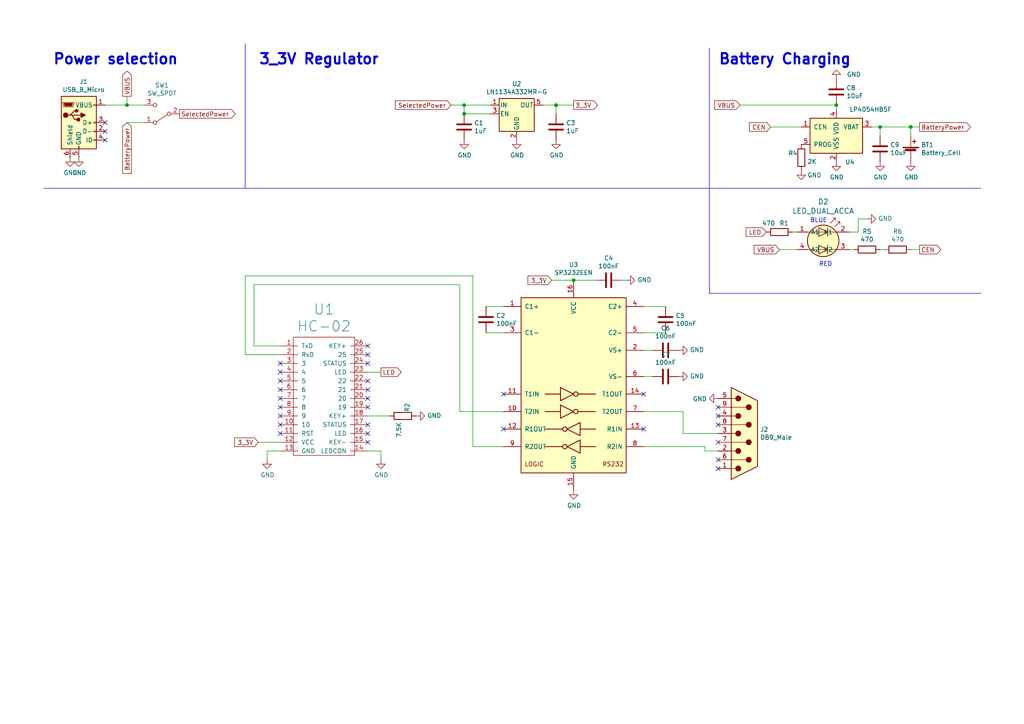
<source format=kicad_sch>
(kicad_sch (version 20230121) (generator eeschema)
  (paper "A4")
  (lib_symbols
    (symbol "Battery_Management:MCP73811T-420I-OT" (pin_names (offset 1.016))
      (property "Reference" "U" (at -6.35 6.35 0))
      (property "Value" "MCP73811T-420I-OT" (at 1.27 6.35 0))
      (symbol "MCP73811T-420I-OT_0_1"
        (rectangle (start -7.62 5.08) (end 7.62 -5.08) (stroke (width 0.254)) (fill (type background)))
      )
      (symbol "MCP73811T-420I-OT_1_1"
        (pin input line (at -10.16 2.54 0) (length 2.54) (name "CEN") (number "1"))
        (pin power_in line (at 0 -7.62 90) (length 2.54) (name "VSS") (number "2"))
        (pin power_out line (at 10.16 2.54 180) (length 2.54) (name "VBAT") (number "3"))
        (pin power_in line (at 0 7.62 270) (length 2.54) (name "VDD") (number "4"))
        (pin input line (at -10.16 -2.54 0) (length 2.54) (name "PROG") (number "5"))
      )
    )
    (symbol "Connector:DB9_Male" (pin_names (offset 1.016) hide)
      (property "Reference" "J" (at 0 13.97 0))
      (property "Value" "DB9_Male" (at 0 -14.605 0))
      (symbol "DB9_Male_0_1"
        (circle (center -1.778 -10.16) (radius 0.762) (fill (type outline)))
        (circle (center -1.778 -5.08) (radius 0.762) (fill (type outline)))
        (circle (center -1.778 0) (radius 0.762) (fill (type outline)))
        (circle (center -1.778 5.08) (radius 0.762) (fill (type outline)))
        (circle (center -1.778 10.16) (radius 0.762) (fill (type outline)))
        (polyline (pts (xy -3.81 -10.16) (xy -2.54 -10.16)))
        (polyline (pts (xy -3.81 -7.62) (xy 0.508 -7.62)))
        (polyline (pts (xy -3.81 -5.08) (xy -2.54 -5.08)))
        (polyline (pts (xy -3.81 -2.54) (xy 0.508 -2.54)))
        (polyline (pts (xy -3.81 0) (xy -2.54 0)))
        (polyline (pts (xy -3.81 2.54) (xy 0.508 2.54)))
        (polyline (pts (xy -3.81 5.08) (xy -2.54 5.08)))
        (polyline (pts (xy -3.81 7.62) (xy 0.508 7.62)))
        (polyline (pts (xy -3.81 10.16) (xy -2.54 10.16)))
        (polyline (pts (xy -3.81 -13.335) (xy -3.81 13.335) (xy 3.81 9.525) (xy 3.81 -9.525) (xy -3.81 -13.335)) (stroke (width 0.254)) (fill (type background)))
        (circle (center 1.27 -7.62) (radius 0.762) (fill (type outline)))
        (circle (center 1.27 -2.54) (radius 0.762) (fill (type outline)))
        (circle (center 1.27 2.54) (radius 0.762) (fill (type outline)))
        (circle (center 1.27 7.62) (radius 0.762) (fill (type outline)))
      )
      (symbol "DB9_Male_1_1"
        (pin passive line (at -7.62 -10.16 0) (length 3.81) (name "1") (number "1"))
        (pin passive line (at -7.62 -5.08 0) (length 3.81) (name "2") (number "2"))
        (pin passive line (at -7.62 0 0) (length 3.81) (name "3") (number "3"))
        (pin passive line (at -7.62 5.08 0) (length 3.81) (name "4") (number "4"))
        (pin passive line (at -7.62 10.16 0) (length 3.81) (name "5") (number "5"))
        (pin passive line (at -7.62 -7.62 0) (length 3.81) (name "6") (number "6"))
        (pin passive line (at -7.62 -2.54 0) (length 3.81) (name "7") (number "7"))
        (pin passive line (at -7.62 2.54 0) (length 3.81) (name "8") (number "8"))
        (pin passive line (at -7.62 7.62 0) (length 3.81) (name "9") (number "9"))
      )
    )
    (symbol "Connector:USB_B_Micro" (pin_names (offset 1.016))
      (property "Reference" "J" (at -5.08 11.43 0))
      (property "Value" "USB_B_Micro" (at -5.08 8.89 0))
      (symbol "USB_B_Micro_0_1"
        (rectangle (start -5.08 -7.62) (end 5.08 7.62) (stroke (width 0.254)) (fill (type background)))
        (circle (center -3.81 2.159) (radius 0.635) (stroke (width 0.254)) (fill (type outline)))
        (circle (center -0.635 3.429) (radius 0.381) (stroke (width 0.254)) (fill (type outline)))
        (rectangle (start -0.127 -7.62) (end 0.127 -6.858))
        (polyline (pts (xy -1.905 2.159) (xy 0.635 2.159)) (stroke (width 0.254)))
        (polyline (pts (xy -3.175 2.159) (xy -2.54 2.159) (xy -1.27 3.429) (xy -0.635 3.429)) (stroke (width 0.254)))
        (polyline (pts (xy -2.54 2.159) (xy -1.905 2.159) (xy -1.27 0.889) (xy 0 0.889)) (stroke (width 0.254)))
        (polyline (pts (xy 0.635 2.794) (xy 0.635 1.524) (xy 1.905 2.159) (xy 0.635 2.794)) (stroke (width 0.254)) (fill (type outline)))
        (polyline (pts (xy -4.318 5.588) (xy -1.778 5.588) (xy -2.032 4.826) (xy -4.064 4.826) (xy -4.318 5.588)) (fill (type outline)))
        (polyline (pts (xy -4.699 5.842) (xy -4.699 5.588) (xy -4.445 4.826) (xy -4.445 4.572) (xy -1.651 4.572) (xy -1.651 4.826) (xy -1.397 5.588) (xy -1.397 5.842) (xy -4.699 5.842)))
        (rectangle (start 0.254 1.27) (end -0.508 0.508) (stroke (width 0.254)) (fill (type outline)))
        (rectangle (start 5.08 -5.207) (end 4.318 -4.953))
        (rectangle (start 5.08 -2.667) (end 4.318 -2.413))
        (rectangle (start 5.08 -0.127) (end 4.318 0.127))
        (rectangle (start 5.08 4.953) (end 4.318 5.207))
      )
      (symbol "USB_B_Micro_1_1"
        (pin power_out line (at 7.62 5.08 180) (length 2.54) (name "VBUS") (number "1"))
        (pin bidirectional line (at 7.62 -2.54 180) (length 2.54) (name "D-") (number "2"))
        (pin bidirectional line (at 7.62 0 180) (length 2.54) (name "D+") (number "3"))
        (pin passive line (at 7.62 -5.08 180) (length 2.54) (name "ID") (number "4"))
        (pin power_out line (at 0 -10.16 90) (length 2.54) (name "GND") (number "5"))
        (pin passive line (at -2.54 -10.16 90) (length 2.54) (name "Shield") (number "6"))
      )
    )
    (symbol "Device:Battery_Cell" (pin_numbers hide) (pin_names (offset 0) hide)
      (property "Reference" "BT" (at 2.54 2.54 0))
      (property "Value" "Battery_Cell" (at 2.54 0 0))
      (symbol "Battery_Cell_0_1"
        (rectangle (start -2.286 1.778) (end 2.286 1.524) (fill (type outline)))
        (rectangle (start -1.5748 1.1938) (end 1.4732 0.6858) (fill (type outline)))
        (polyline (pts (xy 0 0.762) (xy 0 0)))
        (polyline (pts (xy 0 1.778) (xy 0 2.54)))
        (polyline (pts (xy 0.508 3.429) (xy 1.524 3.429)) (stroke (width 0.254)))
        (polyline (pts (xy 1.016 3.937) (xy 1.016 2.921)) (stroke (width 0.254)))
      )
      (symbol "Battery_Cell_1_1"
        (pin passive line (at 0 5.08 270) (length 2.54) (name "+") (number "1"))
        (pin passive line (at 0 -2.54 90) (length 2.54) (name "-") (number "2"))
      )
    )
    (symbol "Device:C" (pin_numbers hide) (pin_names (offset 0.254))
      (property "Reference" "C" (at 0.635 2.54 0))
      (property "Value" "C" (at 0.635 -2.54 0))
      (symbol "C_0_1"
        (polyline (pts (xy -2.032 -0.762) (xy 2.032 -0.762)) (stroke (width 0.508)))
        (polyline (pts (xy -2.032 0.762) (xy 2.032 0.762)) (stroke (width 0.508)))
      )
      (symbol "C_1_1"
        (pin passive line (at 0 3.81 270) (length 2.794) (name "~") (number "1"))
        (pin passive line (at 0 -3.81 90) (length 2.794) (name "~") (number "2"))
      )
    )
    (symbol "Device:R" (pin_numbers hide) (pin_names (offset 0))
      (property "Reference" "R" (at 2.032 0 90))
      (property "Value" "R" (at 0 0 90))
      (symbol "R_0_1"
        (rectangle (start -1.016 -2.54) (end 1.016 2.54) (stroke (width 0.254)))
      )
      (symbol "R_1_1"
        (pin passive line (at 0 3.81 270) (length 1.27) (name "~") (number "1"))
        (pin passive line (at 0 -3.81 90) (length 1.27) (name "~") (number "2"))
      )
    )
    (symbol "Interface_UART:MAX3232" (pin_names (offset 1.016))
      (property "Reference" "U" (at -2.54 28.575 0))
      (property "Value" "MAX3232" (at -2.54 26.67 0))
      (symbol "MAX3232_0_0"
        (text "LOGIC" (at -11.43 -22.86 0) (effects (font (size 1.27 1.27))))
        (text "RS232" (at 11.43 -22.86 0) (effects (font (size 1.27 1.27))))
      )
      (symbol "MAX3232_0_1"
        (rectangle (start -15.24 -25.4) (end 15.24 25.4) (stroke (width 0.254)) (fill (type background)))
        (circle (center -2.54 -17.78) (radius 0.635) (stroke (width 0.254)))
        (circle (center -2.54 -12.7) (radius 0.635) (stroke (width 0.254)))
        (polyline (pts (xy -3.81 -7.62) (xy -8.255 -7.62)) (stroke (width 0.254)))
        (polyline (pts (xy -3.81 -2.54) (xy -8.255 -2.54)) (stroke (width 0.254)))
        (polyline (pts (xy -3.175 -17.78) (xy -8.255 -17.78)) (stroke (width 0.254)))
        (polyline (pts (xy -3.175 -12.7) (xy -8.255 -12.7)) (stroke (width 0.254)))
        (polyline (pts (xy 1.27 -7.62) (xy 6.35 -7.62)) (stroke (width 0.254)))
        (polyline (pts (xy 1.27 -2.54) (xy 6.35 -2.54)) (stroke (width 0.254)))
        (polyline (pts (xy 1.905 -17.78) (xy 6.35 -17.78)) (stroke (width 0.254)))
        (polyline (pts (xy 1.905 -12.7) (xy 6.35 -12.7)) (stroke (width 0.254)))
        (polyline (pts (xy -3.81 -5.715) (xy -3.81 -9.525) (xy 0 -7.62) (xy -3.81 -5.715)) (stroke (width 0.254)))
        (polyline (pts (xy -3.81 -0.635) (xy -3.81 -4.445) (xy 0 -2.54) (xy -3.81 -0.635)) (stroke (width 0.254)))
        (polyline (pts (xy 1.905 -15.875) (xy 1.905 -19.685) (xy -1.905 -17.78) (xy 1.905 -15.875)) (stroke (width 0.254)))
        (polyline (pts (xy 1.905 -10.795) (xy 1.905 -14.605) (xy -1.905 -12.7) (xy 1.905 -10.795)) (stroke (width 0.254)))
        (circle (center 0.635 -7.62) (radius 0.635) (stroke (width 0.254)))
        (circle (center 0.635 -2.54) (radius 0.635) (stroke (width 0.254)))
      )
      (symbol "MAX3232_1_1"
        (pin passive line (at -20.32 22.86 0) (length 5.08) (name "C1+") (number "1"))
        (pin input line (at -20.32 -7.62 0) (length 5.08) (name "T2IN") (number "10"))
        (pin input line (at -20.32 -2.54 0) (length 5.08) (name "T1IN") (number "11"))
        (pin output line (at -20.32 -12.7 0) (length 5.08) (name "R1OUT") (number "12"))
        (pin input line (at 20.32 -12.7 180) (length 5.08) (name "R1IN") (number "13"))
        (pin output line (at 20.32 -2.54 180) (length 5.08) (name "T1OUT") (number "14"))
        (pin power_in line (at 0 -30.48 90) (length 5.08) (name "GND") (number "15"))
        (pin power_in line (at 0 30.48 270) (length 5.08) (name "VCC") (number "16"))
        (pin power_out line (at 20.32 10.16 180) (length 5.08) (name "VS+") (number "2"))
        (pin passive line (at -20.32 15.24 0) (length 5.08) (name "C1-") (number "3"))
        (pin passive line (at 20.32 22.86 180) (length 5.08) (name "C2+") (number "4"))
        (pin passive line (at 20.32 15.24 180) (length 5.08) (name "C2-") (number "5"))
        (pin power_out line (at 20.32 2.54 180) (length 5.08) (name "VS-") (number "6"))
        (pin output line (at 20.32 -7.62 180) (length 5.08) (name "T2OUT") (number "7"))
        (pin input line (at 20.32 -17.78 180) (length 5.08) (name "R2IN") (number "8"))
        (pin output line (at -20.32 -17.78 0) (length 5.08) (name "R2OUT") (number "9"))
      )
    )
    (symbol "Regulator_Linear:LD39015M33R" (pin_names (offset 0.254))
      (property "Reference" "U" (at -3.81 5.715 0))
      (property "Value" "LD39015M33R" (at 0 5.715 0))
      (symbol "LD39015M33R_0_1"
        (rectangle (start -5.08 4.445) (end 5.08 -5.08) (stroke (width 0.254)) (fill (type background)))
      )
      (symbol "LD39015M33R_1_1"
        (pin power_in line (at -7.62 2.54 0) (length 2.54) (name "IN") (number "1"))
        (pin power_in line (at 0 -7.62 90) (length 2.54) (name "GND") (number "2"))
        (pin input line (at -7.62 0 0) (length 2.54) (name "EN") (number "3"))
        (pin no_connect line (at 5.08 0 180) (length 2.54) hide (name "NC") (number "4"))
        (pin power_out line (at 7.62 2.54 180) (length 2.54) (name "OUT") (number "5"))
      )
    )
    (symbol "Switch:SW_SPDT" (pin_names (offset 0) hide)
      (property "Reference" "SW" (at 0 4.318 0))
      (property "Value" "SW_SPDT" (at 0 -5.08 0))
      (symbol "SW_SPDT_0_0"
        (circle (center -2.032 0) (radius 0.508))
        (circle (center 2.032 -2.54) (radius 0.508))
      )
      (symbol "SW_SPDT_0_1"
        (polyline (pts (xy -1.524 0.254) (xy 1.651 2.286)))
        (circle (center 2.032 2.54) (radius 0.508))
      )
      (symbol "SW_SPDT_1_1"
        (pin passive line (at 5.08 2.54 180) (length 2.54) (name "A") (number "1"))
        (pin passive line (at -5.08 0 0) (length 2.54) (name "B") (number "2"))
        (pin passive line (at 5.08 -2.54 180) (length 2.54) (name "C") (number "3"))
      )
    )
    (symbol "WiRoc:HC-02" (pin_names (offset 1.016))
      (property "Reference" "U" (at -20.32 20.32 0))
      (property "Value" "HC-02" (at -15.24 24.13 0))
      (symbol "HC-02_0_1"
        (rectangle (start -8.89 17.78) (end 8.89 -16.51))
      )
      (symbol "HC-02_1_1"
        (pin output line (at -12.7 15.24 0) (length 5.08) (name "TxD") (number "1"))
        (pin input line (at -12.7 -7.62 0) (length 5.08) (name "10") (number "10"))
        (pin input line (at -12.7 -10.16 0) (length 5.08) (name "RST") (number "11"))
        (pin input line (at -12.7 -12.7 0) (length 5.08) (name "VCC") (number "12"))
        (pin input line (at -12.7 -15.24 0) (length 5.08) (name "GND") (number "13"))
        (pin input line (at 12.7 -15.24 180) (length 5.08) (name "LEDCON") (number "14"))
        (pin input line (at 12.7 -12.7 180) (length 5.08) (name "KEY-") (number "15"))
        (pin input line (at 12.7 -10.16 180) (length 5.08) (name "LED") (number "16"))
        (pin input line (at 12.7 -7.62 180) (length 5.08) (name "STATUS") (number "17"))
        (pin input line (at 12.7 -5.08 180) (length 5.08) (name "KEY+") (number "18"))
        (pin input line (at 12.7 -2.54 180) (length 5.08) (name "19") (number "19"))
        (pin input line (at -12.7 12.7 0) (length 5.08) (name "RxD") (number "2"))
        (pin input line (at 12.7 0 180) (length 5.08) (name "20") (number "20"))
        (pin input line (at 12.7 2.54 180) (length 5.08) (name "21") (number "21"))
        (pin input line (at 12.7 5.08 180) (length 5.08) (name "22") (number "22"))
        (pin input line (at 12.7 7.62 180) (length 5.08) (name "LED") (number "23"))
        (pin input line (at 12.7 10.16 180) (length 5.08) (name "STATUS") (number "24"))
        (pin input line (at 12.7 12.7 180) (length 5.08) (name "25") (number "25"))
        (pin input line (at 12.7 15.24 180) (length 5.08) (name "KEY+") (number "26"))
        (pin input line (at -12.7 10.16 0) (length 5.08) (name "3") (number "3"))
        (pin input line (at -12.7 7.62 0) (length 5.08) (name "4") (number "4"))
        (pin input line (at -12.7 5.08 0) (length 5.08) (name "5") (number "5"))
        (pin input line (at -12.7 2.54 0) (length 5.08) (name "6") (number "6"))
        (pin input line (at -12.7 0 0) (length 5.08) (name "7") (number "7"))
        (pin input line (at -12.7 -2.54 0) (length 5.08) (name "8") (number "8"))
        (pin input line (at -12.7 -5.08 0) (length 5.08) (name "9") (number "9"))
      )
    )
    (symbol "WiRoc:LED_DUAL_ACCA" (pin_names (offset 1.016))
      (property "Reference" "D" (at 8.89 8.89 0))
      (property "Value" "LED_DUAL_ACCA" (at -5.08 8.89 0))
      (symbol "LED_DUAL_ACCA_1_1"
        (polyline (pts (xy -5.08 -2.54) (xy 2.032 -2.54)))
        (polyline (pts (xy -5.08 2.54) (xy 2.032 2.54)))
        (polyline (pts (xy 1.27 -1.27) (xy 1.27 -3.81)) (stroke (width 0.2032)))
        (polyline (pts (xy 1.27 3.81) (xy 1.27 1.27)) (stroke (width 0.2032)))
        (polyline (pts (xy 3.81 -2.54) (xy 1.905 -2.54)))
        (polyline (pts (xy 3.81 2.54) (xy 1.905 2.54)))
        (polyline (pts (xy -1.27 -1.27) (xy -1.27 -3.81) (xy 1.27 -2.54) (xy -1.27 -1.27)) (stroke (width 0.2032)))
        (polyline (pts (xy -1.27 3.81) (xy -1.27 1.27) (xy 1.27 2.54) (xy -1.27 3.81)) (stroke (width 0.2032)))
        (polyline (pts (xy 2.032 5.08) (xy 3.556 6.604) (xy 2.794 6.604) (xy 3.556 6.604) (xy 3.556 5.842)))
        (polyline (pts (xy 3.302 4.064) (xy 4.826 5.588) (xy 4.064 5.588) (xy 4.826 5.588) (xy 4.826 4.826)))
        (circle (center 0 0) (radius 4.572) (stroke (width 0.254)) (fill (type background)))
        (pin input line (at -7.62 2.54 0) (length 3.048) (name "A1") (number "1"))
        (pin input line (at 7.62 2.54 180) (length 3.81) (name "K1") (number "2"))
        (pin input line (at 7.62 -2.54 180) (length 3.81) (name "K2") (number "3"))
        (pin input line (at -7.62 -2.54 0) (length 3.048) (name "A2") (number "4"))
      )
    )
    (symbol "power:GND" (power) (pin_names (offset 0))
      (property "Value" "GND" (at 0 -3.81 0))
      (symbol "GND_0_1"
        (polyline (pts (xy 0 0) (xy 0 -1.27) (xy 1.27 -1.27) (xy 0 -2.54) (xy -1.27 -1.27) (xy 0 -1.27)))
      )
      (symbol "GND_1_1"
        (pin power_in line (at 0 0 270) (length 0) hide (name "GND") (number "1"))
      )
    )
  )
  (junction (at 134.62 30.48))
  (junction (at 161.29 30.48))
  (junction (at 264.16 36.83))
  (junction (at 242.57 30.48))
  (junction (at 36.83 30.48))
  (junction (at 166.37 81.28))
  (junction (at 255.27 36.83))
  (junction (at 134.62 33.02))
  (no_connect (at 81.28 118.11))
  (no_connect (at 81.28 105.41))
  (no_connect (at 186.69 114.3))
  (no_connect (at 208.28 123.19))
  (no_connect (at 208.28 118.11))
  (no_connect (at 106.68 110.49))
  (no_connect (at 30.48 35.56))
  (no_connect (at 106.68 102.87))
  (no_connect (at 106.68 100.33))
  (no_connect (at 106.68 128.27))
  (no_connect (at 146.05 124.46))
  (no_connect (at 30.48 38.1))
  (no_connect (at 208.28 120.65))
  (no_connect (at 81.28 113.03))
  (no_connect (at 81.28 110.49))
  (no_connect (at 81.28 123.19))
  (no_connect (at 81.28 125.73))
  (no_connect (at 146.05 114.3))
  (no_connect (at 106.68 118.11))
  (no_connect (at 106.68 123.19))
  (no_connect (at 186.69 124.46))
  (no_connect (at 208.28 128.27))
  (no_connect (at 106.68 113.03))
  (no_connect (at 81.28 107.95))
  (no_connect (at 208.28 133.35))
  (no_connect (at 106.68 125.73))
  (no_connect (at 208.28 135.89))
  (no_connect (at 106.68 105.41))
  (no_connect (at 81.28 115.57))
  (no_connect (at 30.48 40.64))
  (no_connect (at 81.28 120.65))
  (no_connect (at 106.68 115.57))
  (wire (pts (xy 160.02 81.28) (xy 166.37 81.28)))
  (wire (pts (xy 133.35 82.55) (xy 73.66 82.55)))
  (polyline (pts (xy 205.74 13.97) (xy 205.74 85.09)))
  (wire (pts (xy 142.24 30.48) (xy 134.62 30.48)))
  (wire (pts (xy 73.66 82.55) (xy 73.66 100.33)))
  (wire (pts (xy 172.72 81.28) (xy 166.37 81.28)))
  (wire (pts (xy 137.16 80.01) (xy 137.16 129.54)))
  (wire (pts (xy 161.29 33.02) (xy 161.29 30.48)))
  (wire (pts (xy 189.23 109.22) (xy 186.69 109.22)))
  (wire (pts (xy 71.12 80.01) (xy 137.16 80.01)))
  (wire (pts (xy 81.28 102.87) (xy 71.12 102.87)))
  (wire (pts (xy 214.63 30.48) (xy 242.57 30.48)))
  (wire (pts (xy 71.12 102.87) (xy 71.12 80.01)))
  (wire (pts (xy 134.62 33.02) (xy 134.62 30.48)))
  (wire (pts (xy 137.16 129.54) (xy 146.05 129.54)))
  (wire (pts (xy 157.48 30.48) (xy 161.29 30.48)))
  (wire (pts (xy 232.41 36.83) (xy 223.52 36.83)))
  (wire (pts (xy 248.92 67.31) (xy 248.92 63.5)))
  (wire (pts (xy 255.27 39.37) (xy 255.27 36.83)))
  (wire (pts (xy 142.24 33.02) (xy 134.62 33.02)))
  (wire (pts (xy 106.68 107.95) (xy 110.49 107.95)))
  (wire (pts (xy 106.68 120.65) (xy 113.03 120.65)))
  (polyline (pts (xy 71.12 54.61) (xy 71.12 12.7)))
  (wire (pts (xy 256.54 72.39) (xy 255.27 72.39)))
  (wire (pts (xy 161.29 30.48) (xy 166.37 30.48)))
  (wire (pts (xy 252.73 36.83) (xy 255.27 36.83)))
  (wire (pts (xy 186.69 101.6) (xy 189.23 101.6)))
  (wire (pts (xy 264.16 36.83) (xy 264.16 39.37)))
  (wire (pts (xy 110.49 130.81) (xy 110.49 133.35)))
  (wire (pts (xy 231.14 72.39) (xy 226.06 72.39)))
  (wire (pts (xy 248.92 63.5) (xy 251.46 63.5)))
  (wire (pts (xy 41.91 30.48) (xy 36.83 30.48)))
  (polyline (pts (xy 284.48 85.09) (xy 205.74 85.09)))
  (wire (pts (xy 193.04 88.9) (xy 186.69 88.9)))
  (wire (pts (xy 186.69 96.52) (xy 193.04 96.52)))
  (wire (pts (xy 106.68 130.81) (xy 110.49 130.81)))
  (wire (pts (xy 186.69 129.54) (xy 204.47 129.54)))
  (wire (pts (xy 186.69 119.38) (xy 198.12 119.38)))
  (polyline (pts (xy 12.7 54.61) (xy 284.48 54.61)))
  (wire (pts (xy 181.61 81.28) (xy 180.34 81.28)))
  (wire (pts (xy 134.62 30.48) (xy 130.81 30.48)))
  (wire (pts (xy 36.83 27.94) (xy 36.83 30.48)))
  (wire (pts (xy 77.47 130.81) (xy 77.47 133.35)))
  (wire (pts (xy 146.05 119.38) (xy 133.35 119.38)))
  (wire (pts (xy 198.12 119.38) (xy 198.12 125.73)))
  (wire (pts (xy 198.12 125.73) (xy 208.28 125.73)))
  (wire (pts (xy 242.57 31.75) (xy 242.57 30.48)))
  (wire (pts (xy 231.14 67.31) (xy 229.87 67.31)))
  (wire (pts (xy 264.16 36.83) (xy 266.7 36.83)))
  (wire (pts (xy 74.93 128.27) (xy 81.28 128.27)))
  (wire (pts (xy 73.66 100.33) (xy 81.28 100.33)))
  (wire (pts (xy 247.65 72.39) (xy 246.38 72.39)))
  (wire (pts (xy 146.05 96.52) (xy 140.97 96.52)))
  (wire (pts (xy 246.38 67.31) (xy 248.92 67.31)))
  (wire (pts (xy 81.28 130.81) (xy 77.47 130.81)))
  (wire (pts (xy 266.7 72.39) (xy 264.16 72.39)))
  (wire (pts (xy 36.83 35.56) (xy 41.91 35.56)))
  (wire (pts (xy 204.47 130.81) (xy 204.47 129.54)))
  (wire (pts (xy 133.35 82.55) (xy 133.35 119.38)))
  (wire (pts (xy 36.83 30.48) (xy 30.48 30.48)))
  (wire (pts (xy 208.28 130.81) (xy 204.47 130.81)))
  (wire (pts (xy 255.27 36.83) (xy 264.16 36.83)))
  (wire (pts (xy 146.05 88.9) (xy 140.97 88.9)))
  (text "Battery Charging" (at 208.28 19.05 0) (effects (font (size 2.9972 2.9972) (thickness 0.5994) bold) (justify left bottom)))
  (text "RED" (at 237.49 77.47 0) (effects (font (size 1.27 1.27)) (justify left bottom)))
  (text "BLUE" (at 234.95 64.77 0) (effects (font (size 1.27 1.27)) (justify left bottom)))
  (text "3_3V Regulator" (at 74.93 19.05 0) (effects (font (size 2.9972 2.9972) (thickness 0.5994) bold) (justify left bottom)))
  (text "Power selection" (at 15.24 19.05 0) (effects (font (size 2.9972 2.9972) (thickness 0.5994) bold) (justify left bottom)))
  (global_label "VBUS" (shape output) (at 36.83 27.94 90) (property "Intersheetrefs" "${INTERSHEET_REFS}" (effects hide)))
  (global_label "3_3V" (shape input) (at 160.02 81.28 180) (property "Intersheetrefs" "${INTERSHEET_REFS}" (effects hide)))
  (global_label "VBUS" (shape input) (at 226.06 72.39 180) (property "Intersheetrefs" "${INTERSHEET_REFS}" (effects hide)))
  (global_label "LED" (shape output) (at 110.49 107.95 0) (property "Intersheetrefs" "${INTERSHEET_REFS}" (effects hide)))
  (global_label "CEN" (shape output) (at 266.7 72.39 0) (property "Intersheetrefs" "${INTERSHEET_REFS}" (effects hide)))
  (global_label "BatteryPower" (shape output) (at 266.7 36.83 0) (property "Intersheetrefs" "${INTERSHEET_REFS}" (effects hide)))
  (global_label "VBUS" (shape input) (at 214.63 30.48 180) (property "Intersheetrefs" "${INTERSHEET_REFS}" (effects hide)))
  (global_label "SelectedPower" (shape input) (at 130.81 30.48 180) (property "Intersheetrefs" "${INTERSHEET_REFS}" (effects hide)))
  (global_label "SelectedPower" (shape output) (at 52.07 33.02 0) (property "Intersheetrefs" "${INTERSHEET_REFS}" (effects hide)))
  (global_label "BatteryPower" (shape input) (at 36.83 35.56 270) (property "Intersheetrefs" "${INTERSHEET_REFS}" (effects hide)))
  (global_label "CEN" (shape input) (at 223.52 36.83 180) (property "Intersheetrefs" "${INTERSHEET_REFS}" (effects hide)))
  (global_label "3_3V" (shape output) (at 166.37 30.48 0) (property "Intersheetrefs" "${INTERSHEET_REFS}" (effects hide)))
  (global_label "3_3V" (shape input) (at 74.93 128.27 180) (property "Intersheetrefs" "${INTERSHEET_REFS}" (effects hide)))
  (global_label "LED" (shape input) (at 222.25 67.31 180) (property "Intersheetrefs" "${INTERSHEET_REFS}" (effects hide)))
  (symbol (lib_id "Interface_UART:MAX3232") (at 166.37 111.76 0) (unit 1)
    (property "Reference" "U3" (at 166.37 76.7588 0))
    (property "Value" "SP3232EEN" (at 166.37 79.0702 0))
    (property "Footprint" "Package_SO:SOIC-16_3.9x9.9mm_P1.27mm" (effects hide))
    (property "Datasheet" "https://datasheet.lcsc.com/szlcsc/1809291712_MaxLinear-SP3232EEN-L-TR_C9378.pdf" (effects hide))
    (property "Package" "SOIC-16_150mil" (effects hide))
    (property "LCSCPartNumber" "C9378" (effects hide))
    (property "ManufacturerPartNumber" "SP3232EEN-L/TR" (effects hide))
  )
  (symbol (lib_id "Device:C") (at 193.04 92.71 0) (unit 1)
    (property "Reference" "C5" (at 195.961 91.5416 0) (effects (justify left)))
    (property "Value" "100nF" (at 195.961 93.853 0) (effects (justify left)))
    (property "Footprint" "Capacitor_SMD:C_0805_2012Metric_Pad1.15x1.40mm_HandSolder" (effects hide))
    (property "Datasheet" "https://datasheet.lcsc.com/szlcsc/YAGEO-CC0805KRX7R9BB104_C49678.pdf" (effects hide))
    (property "LCSCPartNumber" "C49678" (effects hide))
    (property "ManufacturerPartNumber" "CC0805KRX7R9BB104" (effects hide))
    (property "Package" "0805" (effects hide))
  )
  (symbol (lib_id "Device:C") (at 176.53 81.28 270) (unit 1)
    (property "Reference" "C4" (at 176.53 74.8792 90))
    (property "Value" "100nF" (at 176.53 77.1906 90))
    (property "Footprint" "Capacitor_SMD:C_0805_2012Metric_Pad1.15x1.40mm_HandSolder" (effects hide))
    (property "Datasheet" "https://datasheet.lcsc.com/szlcsc/YAGEO-CC0805KRX7R9BB104_C49678.pdf" (effects hide))
    (property "Package" "0805" (effects hide))
    (property "LCSCPartNumber" "C49678" (effects hide))
    (property "ManufacturerPartNumber" "CC0805KRX7R9BB104" (effects hide))
  )
  (symbol (lib_id "Device:C") (at 193.04 101.6 270) (unit 1)
    (property "Reference" "C6" (at 193.04 95.1992 90))
    (property "Value" "100nF" (at 193.04 97.5106 90))
    (property "Footprint" "Capacitor_SMD:C_0805_2012Metric_Pad1.15x1.40mm_HandSolder" (effects hide))
    (property "Datasheet" "https://datasheet.lcsc.com/szlcsc/YAGEO-CC0805KRX7R9BB104_C49678.pdf" (effects hide))
    (property "LCSCPartNumber" "C49678" (effects hide))
    (property "ManufacturerPartNumber" "CC0805KRX7R9BB104" (effects hide))
    (property "Package" "0805" (effects hide))
  )
  (symbol (lib_id "Device:C") (at 140.97 92.71 0) (unit 1)
    (property "Reference" "C2" (at 143.891 91.5416 0) (effects (justify left)))
    (property "Value" "100nF" (at 143.891 93.853 0) (effects (justify left)))
    (property "Footprint" "Capacitor_SMD:C_0805_2012Metric_Pad1.15x1.40mm_HandSolder" (effects hide))
    (property "Datasheet" "https://datasheet.lcsc.com/szlcsc/YAGEO-CC0805KRX7R9BB104_C49678.pdf" (effects hide))
    (property "LCSCPartNumber" "C49678" (effects hide))
    (property "ManufacturerPartNumber" "CC0805KRX7R9BB104" (effects hide))
    (property "Package" "0805" (effects hide))
  )
  (symbol (lib_id "power:GND") (at 181.61 81.28 90) (unit 1)
    (property "Reference" "#PWR011" (effects hide))
    (property "Value" "GND" (at 184.8612 81.153 90) (effects (justify right)))
  )
  (symbol (lib_id "Device:C") (at 193.04 109.22 270) (unit 1)
    (property "Reference" "C7" (at 193.04 102.8192 90))
    (property "Value" "100nF" (at 193.04 105.1306 90))
    (property "Footprint" "Capacitor_SMD:C_0805_2012Metric_Pad1.15x1.40mm_HandSolder" (effects hide))
    (property "Datasheet" "https://datasheet.lcsc.com/szlcsc/YAGEO-CC0805KRX7R9BB104_C49678.pdf" (effects hide))
    (property "LCSCPartNumber" "C49678" (effects hide))
    (property "ManufacturerPartNumber" "CC0805KRX7R9BB104" (effects hide))
    (property "Package" "0805" (effects hide))
  )
  (symbol (lib_id "power:GND") (at 196.85 101.6 90) (unit 1)
    (property "Reference" "#PWR012" (effects hide))
    (property "Value" "GND" (at 200.1012 101.473 90) (effects (justify right)))
  )
  (symbol (lib_id "power:GND") (at 196.85 109.22 90) (unit 1)
    (property "Reference" "#PWR013" (effects hide))
    (property "Value" "GND" (at 200.1012 109.093 90) (effects (justify right)))
  )
  (symbol (lib_id "Connector:DB9_Male") (at 215.9 125.73 0) (unit 1)
    (property "Reference" "J2" (at 220.472 124.5616 0) (effects (justify left)))
    (property "Value" "DB9_Male" (at 220.472 126.873 0) (effects (justify left)))
    (property "Footprint" "Connector_Dsub:DSUB-9_Male_EdgeMount_P2.77mm" (effects hide))
    (property "Datasheet" "https://datasheet.lcsc.com/szlcsc/1811081030_CONNFLY-Elec-DS1033-09MUNSiSS_C75746.pdf" (effects hide))
    (property "LCSCPartNumber" "C75746" (effects hide))
    (property "ManufacturerPartNumber" "DS1033-09MUNSiSS" (effects hide))
  )
  (symbol (lib_id "power:GND") (at 208.28 115.57 270) (unit 1)
    (property "Reference" "#PWR014" (effects hide))
    (property "Value" "GND" (at 205.0288 115.697 90) (effects (justify right)))
  )
  (symbol (lib_id "Battery_Management:MCP73811T-420I-OT") (at 242.57 39.37 0) (unit 1)
    (property "Reference" "U4" (at 245.11 46.99 0) (effects (justify left)))
    (property "Value" "LP4054HB5F" (at 246.38 31.75 0) (effects (justify left)))
    (property "Footprint" "Package_TO_SOT_SMD:SOT-23-5" (effects hide))
    (property "Datasheet" "https://datasheet.lcsc.com/szlcsc/2004271834_LOWPOWER-LP4054HB5F_C517187.pdf" (effects hide))
    (property "Package" "SOT23-5" (effects hide))
    (property "LCSCPartNumber" "C517187" (effects hide))
    (property "ManufacturerPartNumber" "LP4054HB5F" (effects hide))
  )
  (symbol (lib_id "Device:Battery_Cell") (at 264.16 44.45 0) (unit 1)
    (property "Reference" "BT1" (at 267.1572 42.0116 0) (effects (justify left)))
    (property "Value" "Battery_Cell" (at 267.1572 44.323 0) (effects (justify left)))
    (property "Footprint" "WiRoc:JST_2.56" (effects hide))
  )
  (symbol (lib_id "power:GND") (at 264.16 46.99 0) (unit 1)
    (property "Reference" "#PWR019" (effects hide))
    (property "Value" "GND" (at 264.287 51.3842 0))
  )
  (symbol (lib_id "Device:R") (at 232.41 45.72 0) (unit 1)
    (property "Reference" "R4" (at 228.6 44.45 0) (effects (justify left)))
    (property "Value" "2K" (at 234.188 46.863 0) (effects (justify left)))
    (property "Footprint" "Resistor_SMD:R_0805_2012Metric_Pad1.15x1.40mm_HandSolder" (effects hide))
    (property "Datasheet" "https://datasheet.lcsc.com/szlcsc/Uniroyal-Elec-0805W8F2001T5E_C17604.pdf" (effects hide))
    (property "Package" "0805" (effects hide))
    (property "LCSCPartNumber" "C17604" (effects hide))
    (property "ManufacturerPartNumber" "0805W8F2001T5E" (effects hide))
  )
  (symbol (lib_id "power:GND") (at 232.41 49.53 0) (unit 1)
    (property "Reference" "#PWR015" (effects hide))
    (property "Value" "GND" (at 236.22 50.8 0))
  )
  (symbol (lib_id "power:GND") (at 242.57 46.99 0) (unit 1)
    (property "Reference" "#PWR017" (effects hide))
    (property "Value" "GND" (at 242.697 51.3842 0))
  )
  (symbol (lib_id "Device:C") (at 242.57 26.67 0) (unit 1)
    (property "Reference" "C8" (at 245.491 25.5016 0) (effects (justify left)))
    (property "Value" "10uF" (at 245.491 27.813 0) (effects (justify left)))
    (property "Footprint" "Capacitor_SMD:C_0805_2012Metric_Pad1.15x1.40mm_HandSolder" (effects hide))
    (property "Datasheet" "https://datasheet.lcsc.com/szlcsc/1811151151_Samsung-Electro-Mechanics-CL21A106KOQNNNE_C1713.pdf" (effects hide))
    (property "Package" "0805" (effects hide))
    (property "LCSCPartNumber" "C1713" (effects hide))
    (property "ManufacturerPartNumber" "CL21A106KOQNNNE" (effects hide))
  )
  (symbol (lib_id "power:GND") (at 242.57 22.86 180) (unit 1)
    (property "Reference" "#PWR016" (effects hide))
    (property "Value" "GND" (at 247.65 21.59 0))
  )
  (symbol (lib_id "Connector:USB_B_Micro") (at 22.86 35.56 0) (unit 1)
    (property "Reference" "J1" (at 24.257 23.6982 0))
    (property "Value" "USB_B_Micro" (at 24.257 26.0096 0))
    (property "Footprint" "WiRoc:USB_Micro-B_Horizontal" (effects hide))
    (property "Datasheet" "https://datasheet.lcsc.com/szlcsc/2008181004_XKB-Connectivity-U254-051T-4BH83-F1S_C397452.pdf" (effects hide))
    (property "LCSCPartNumber" "C397452" (effects hide))
    (property "ManufacturerPartNumber" "U254-051T-4BH83-F1S" (effects hide))
  )
  (symbol (lib_id "power:GND") (at 20.32 45.72 0) (unit 1)
    (property "Reference" "#PWR01" (effects hide))
    (property "Value" "GND" (at 20.447 50.1142 0))
  )
  (symbol (lib_id "power:GND") (at 22.86 45.72 0) (unit 1)
    (property "Reference" "#PWR02" (effects hide))
    (property "Value" "GND" (at 22.987 50.1142 0))
  )
  (symbol (lib_id "Regulator_Linear:LD39015M33R") (at 149.86 33.02 0) (unit 1)
    (property "Reference" "U2" (at 149.86 24.3332 0))
    (property "Value" "LN1134A332MR-G" (at 149.86 26.6446 0))
    (property "Footprint" "Package_TO_SOT_SMD:SOT-23-5" (effects hide))
    (property "Datasheet" "https://datasheet.lcsc.com/szlcsc/1809140320_NATLINEAR-LN1134A332MR-G_C141419.pdf" (effects hide))
    (property "Package" "SOT-23-5" (effects hide))
    (property "LCSCPartNumber" "C141419" (effects hide))
    (property "ManufacturerPartNumber" "LN1134A332MR-G" (effects hide))
  )
  (symbol (lib_id "power:GND") (at 134.62 40.64 0) (unit 1)
    (property "Reference" "#PWR07" (effects hide))
    (property "Value" "GND" (at 134.747 45.0342 0))
  )
  (symbol (lib_id "Device:C") (at 134.62 36.83 0) (unit 1)
    (property "Reference" "C1" (at 137.541 35.6616 0) (effects (justify left)))
    (property "Value" "1uF" (at 137.541 37.973 0) (effects (justify left)))
    (property "Footprint" "Capacitor_SMD:C_0805_2012Metric_Pad1.15x1.40mm_HandSolder" (effects hide))
    (property "Datasheet" "https://datasheet.lcsc.com/szlcsc/Samsung-Electro-Mechanics-CL21B105KBFNNNE_C28323.pdf" (effects hide))
    (property "Package" "0805" (effects hide))
    (property "LCSCPartNumber" "C28323" (effects hide))
    (property "ManufacturerPartNumber" "CL21B105KBFNNNE" (effects hide))
  )
  (symbol (lib_id "power:GND") (at 149.86 40.64 0) (unit 1)
    (property "Reference" "#PWR08" (effects hide))
    (property "Value" "GND" (at 149.987 45.0342 0))
  )
  (symbol (lib_id "Device:C") (at 161.29 36.83 0) (unit 1)
    (property "Reference" "C3" (at 164.211 35.6616 0) (effects (justify left)))
    (property "Value" "1uF" (at 164.211 37.973 0) (effects (justify left)))
    (property "Footprint" "Capacitor_SMD:C_0805_2012Metric_Pad1.15x1.40mm_HandSolder" (effects hide))
    (property "Datasheet" "https://datasheet.lcsc.com/szlcsc/Samsung-Electro-Mechanics-CL21B105KBFNNNE_C28323.pdf" (effects hide))
    (property "Package" "0805" (effects hide))
    (property "ManufacturerPartNumber" "CL21B105KBFNNNE" (effects hide))
    (property "LCSCPartNumber" "C28323" (effects hide))
  )
  (symbol (lib_id "power:GND") (at 161.29 40.64 0) (unit 1)
    (property "Reference" "#PWR09" (effects hide))
    (property "Value" "GND" (at 161.417 45.0342 0))
  )
  (symbol (lib_id "WiRoc:HC-02") (at 93.98 115.57 0) (unit 1)
    (property "Reference" "U1" (at 93.98 89.7128 0) (effects (font (size 2.9972 2.9972))))
    (property "Value" "HC-02" (at 93.98 94.615 0) (effects (font (size 2.9972 2.9972))))
    (property "Footprint" "WiRoc:HC-02" (effects hide))
  )
  (symbol (lib_id "power:GND") (at 77.47 133.35 0) (unit 1)
    (property "Reference" "#PWR03" (effects hide))
    (property "Value" "GND" (at 77.597 137.7442 0))
  )
  (symbol (lib_id "power:GND") (at 110.49 133.35 0) (unit 1)
    (property "Reference" "#PWR04" (effects hide))
    (property "Value" "GND" (at 110.617 137.7442 0))
  )
  (symbol (lib_id "Device:R") (at 116.84 120.65 270) (unit 1)
    (property "Reference" "R2" (at 118.11 116.84 0) (effects (justify left)))
    (property "Value" "7.5K" (at 115.697 122.428 0) (effects (justify left)))
    (property "Footprint" "Resistor_SMD:R_0805_2012Metric_Pad1.15x1.40mm_HandSolder" (effects hide))
    (property "Datasheet" "https://datasheet.lcsc.com/szlcsc/Uniroyal-Elec-0805W8F7501T5E_C17807.pdf" (effects hide))
    (property "Package" "0805" (effects hide))
    (property "LCSCPartNumber" "C17807" (effects hide))
    (property "ManufacturerPartNumber" "0805W8F7501T5E" (effects hide))
  )
  (symbol (lib_id "power:GND") (at 120.65 120.65 90) (unit 1)
    (property "Reference" "#PWR05" (effects hide))
    (property "Value" "GND" (at 123.9012 120.523 90) (effects (justify right)))
  )
  (symbol (lib_id "power:GND") (at 166.37 142.24 0) (unit 1)
    (property "Reference" "#PWR010" (effects hide))
    (property "Value" "GND" (at 166.497 146.6342 0))
  )
  (symbol (lib_id "Device:C") (at 255.27 43.18 0) (unit 1)
    (property "Reference" "C9" (at 258.191 42.0116 0) (effects (justify left)))
    (property "Value" "10uF" (at 258.191 44.323 0) (effects (justify left)))
    (property "Footprint" "Capacitor_SMD:C_0805_2012Metric_Pad1.15x1.40mm_HandSolder" (effects hide))
    (property "Datasheet" "https://datasheet.lcsc.com/szlcsc/1811151151_Samsung-Electro-Mechanics-CL21A106KOQNNNE_C1713.pdf" (effects hide))
    (property "LCSCPartNumber" "C1713" (effects hide))
    (property "ManufacturerPartNumber" "CL21A106KOQNNNE" (effects hide))
    (property "Package" "0805" (effects hide))
  )
  (symbol (lib_id "power:GND") (at 255.27 46.99 0) (unit 1)
    (property "Reference" "#PWR018" (effects hide))
    (property "Value" "GND" (at 255.397 51.3842 0))
  )
  (symbol (lib_id "Switch:SW_SPDT") (at 46.99 33.02 180) (unit 1)
    (property "Reference" "SW1" (at 46.99 24.765 0))
    (property "Value" "SW_SPDT" (at 46.99 27.0764 0))
    (property "Footprint" "Button_Switch_SMD:SW_SPDT_PCM12" (effects hide))
    (property "Datasheet" "https://datasheet.lcsc.com/szlcsc/2002271741_XKB-Connectivity-SK-3296S-01-L3_C319019.pdf" (effects hide))
    (property "LCSCPartNumber" "C319019" (effects hide))
    (property "ManufacturerPartNumber" "SK-3296S-01-L3" (effects hide))
  )
  (symbol (lib_id "WiRoc:LED_DUAL_ACCA") (at 238.76 69.85 0) (unit 1)
    (property "Reference" "D2" (at 238.76 58.4962 0) (effects (font (size 1.524 1.524))))
    (property "Value" "LED_DUAL_ACCA" (at 238.76 61.1886 0) (effects (font (size 1.524 1.524))))
    (property "Footprint" "WiRoc:LED_Dual_1.7_1.6" (effects hide))
    (property "Datasheet" "https://datasheet.lcsc.com/szlcsc/2005041205_HONGLITRONIC-Hongli-Zhihui-HONGLITRONIC-HL-PCB-1617S9FH203BC_C513363.pdf" (effects hide))
    (property "Package" "SMD,1.6x1.7x0.67mm" (effects hide))
    (property "LCSCPartNumber" "C513363" (effects hide))
    (property "ManufacturerPartNumber" "HL-PCB-1617S9FH203BC" (effects hide))
  )
  (symbol (lib_id "Device:R") (at 251.46 72.39 270) (unit 1)
    (property "Reference" "R5" (at 251.46 67.1322 90))
    (property "Value" "470" (at 251.46 69.4436 90))
    (property "Footprint" "Resistor_SMD:R_0805_2012Metric_Pad1.15x1.40mm_HandSolder" (effects hide))
    (property "Datasheet" "https://datasheet.lcsc.com/szlcsc/Uniroyal-Elec-0805W8F4700T5E_C17710.pdf" (effects hide))
    (property "Package" "0805" (effects hide))
    (property "LCSCPartNumber" "C17710" (effects hide))
    (property "ManufacturerPartNumber" "0805W8F4700T5E" (effects hide))
  )
  (symbol (lib_id "Device:R") (at 260.35 72.39 270) (unit 1)
    (property "Reference" "R6" (at 260.35 67.1322 90))
    (property "Value" "470" (at 260.35 69.4436 90))
    (property "Footprint" "Resistor_SMD:R_0805_2012Metric_Pad1.15x1.40mm_HandSolder" (effects hide))
    (property "Datasheet" "https://datasheet.lcsc.com/szlcsc/Uniroyal-Elec-0805W8F4700T5E_C17710.pdf" (effects hide))
    (property "Package" "0805" (effects hide))
    (property "LCSCPartNumber" "C17710" (effects hide))
    (property "ManufacturerPartNumber" "0805W8F4700T5E" (effects hide))
  )
  (symbol (lib_id "power:GND") (at 251.46 63.5 90) (unit 1)
    (property "Reference" "#PWR06" (effects hide))
    (property "Value" "GND" (at 254.7112 63.373 90) (effects (justify right)))
  )
  (symbol (lib_id "Device:R") (at 226.06 67.31 270) (unit 1)
    (property "Reference" "R1" (at 226.06 64.77 90) (effects (justify left)))
    (property "Value" "470" (at 220.98 64.77 90) (effects (justify left)))
    (property "Footprint" "Resistor_SMD:R_0805_2012Metric_Pad1.15x1.40mm_HandSolder" (effects hide))
    (property "Datasheet" "https://datasheet.lcsc.com/szlcsc/Uniroyal-Elec-0805W8F4700T5E_C17710.pdf" (effects hide))
    (property "Package" "0805" (effects hide))
    (property "LCSCPartNumber" "C17710" (effects hide))
    (property "ManufacturerPartNumber" "0805W8F4700T5E" (effects hide))
  )
)
</source>
